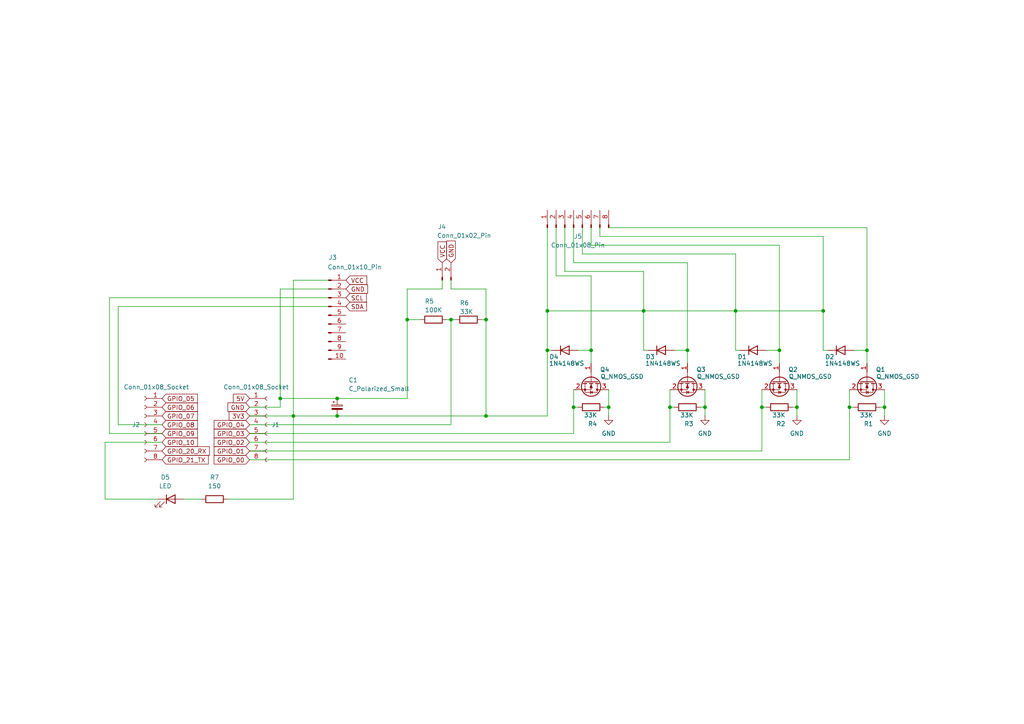
<source format=kicad_sch>
(kicad_sch (version 20250114) (generator "eeschema") (generator_version "9.0")
  (paper "A4")
  (lib_symbols
    (symbol "Connector:Conn_01x02_Pin" (pin_names (offset 1.016) (hide yes))
      (property "Reference" "J" (at 0 2.54 0))
      (property "Value" "Conn_01x02_Pin" (at 0 -5.08 0))
      (symbol "Conn_01x02_Pin_1_1"
        (rectangle (start 0.8636 0.127) (end 0 -0.127) (stroke (width 0.1524)) (fill (type outline)))
        (rectangle (start 0.8636 -2.413) (end 0 -2.667) (stroke (width 0.1524)) (fill (type outline)))
        (polyline (pts (xy 1.27 0) (xy 0.8636 0)) (stroke (width 0.1524)))
        (polyline (pts (xy 1.27 -2.54) (xy 0.8636 -2.54)) (stroke (width 0.1524)))
        (pin passive line (at 5.08 0 180) (length 3.81) (name "Pin_1") (number "1"))
        (pin passive line (at 5.08 -2.54 180) (length 3.81) (name "Pin_2") (number "2"))
      )
    )
    (symbol "Connector:Conn_01x08_Pin" (pin_names (offset 1.016) (hide yes))
      (property "Reference" "J" (at 0 10.16 0))
      (property "Value" "Conn_01x08_Pin" (at 0 -12.7 0))
      (symbol "Conn_01x08_Pin_1_1"
        (rectangle (start 0.8636 7.747) (end 0 7.493) (stroke (width 0.1524)) (fill (type outline)))
        (rectangle (start 0.8636 5.207) (end 0 4.953) (stroke (width 0.1524)) (fill (type outline)))
        (rectangle (start 0.8636 2.667) (end 0 2.413) (stroke (width 0.1524)) (fill (type outline)))
        (rectangle (start 0.8636 0.127) (end 0 -0.127) (stroke (width 0.1524)) (fill (type outline)))
        (rectangle (start 0.8636 -2.413) (end 0 -2.667) (stroke (width 0.1524)) (fill (type outline)))
        (rectangle (start 0.8636 -4.953) (end 0 -5.207) (stroke (width 0.1524)) (fill (type outline)))
        (rectangle (start 0.8636 -7.493) (end 0 -7.747) (stroke (width 0.1524)) (fill (type outline)))
        (rectangle (start 0.8636 -10.033) (end 0 -10.287) (stroke (width 0.1524)) (fill (type outline)))
        (polyline (pts (xy 1.27 7.62) (xy 0.8636 7.62)) (stroke (width 0.1524)))
        (polyline (pts (xy 1.27 5.08) (xy 0.8636 5.08)) (stroke (width 0.1524)))
        (polyline (pts (xy 1.27 2.54) (xy 0.8636 2.54)) (stroke (width 0.1524)))
        (polyline (pts (xy 1.27 0) (xy 0.8636 0)) (stroke (width 0.1524)))
        (polyline (pts (xy 1.27 -2.54) (xy 0.8636 -2.54)) (stroke (width 0.1524)))
        (polyline (pts (xy 1.27 -5.08) (xy 0.8636 -5.08)) (stroke (width 0.1524)))
        (polyline (pts (xy 1.27 -7.62) (xy 0.8636 -7.62)) (stroke (width 0.1524)))
        (polyline (pts (xy 1.27 -10.16) (xy 0.8636 -10.16)) (stroke (width 0.1524)))
        (pin passive line (at 5.08 7.62 180) (length 3.81) (name "Pin_1") (number "1"))
        (pin passive line (at 5.08 5.08 180) (length 3.81) (name "Pin_2") (number "2"))
        (pin passive line (at 5.08 2.54 180) (length 3.81) (name "Pin_3") (number "3"))
        (pin passive line (at 5.08 0 180) (length 3.81) (name "Pin_4") (number "4"))
        (pin passive line (at 5.08 -2.54 180) (length 3.81) (name "Pin_5") (number "5"))
        (pin passive line (at 5.08 -5.08 180) (length 3.81) (name "Pin_6") (number "6"))
        (pin passive line (at 5.08 -7.62 180) (length 3.81) (name "Pin_7") (number "7"))
        (pin passive line (at 5.08 -10.16 180) (length 3.81) (name "Pin_8") (number "8"))
      )
    )
    (symbol "Connector:Conn_01x08_Socket" (pin_names (offset 1.016) (hide yes))
      (property "Reference" "J" (at 0 10.16 0))
      (property "Value" "Conn_01x08_Socket" (at 0 -12.7 0))
      (symbol "Conn_01x08_Socket_1_1"
        (polyline (pts (xy -1.27 7.62) (xy -0.508 7.62)) (stroke (width 0.1524)))
        (polyline (pts (xy -1.27 5.08) (xy -0.508 5.08)) (stroke (width 0.1524)))
        (polyline (pts (xy -1.27 2.54) (xy -0.508 2.54)) (stroke (width 0.1524)))
        (polyline (pts (xy -1.27 0) (xy -0.508 0)) (stroke (width 0.1524)))
        (polyline (pts (xy -1.27 -2.54) (xy -0.508 -2.54)) (stroke (width 0.1524)))
        (polyline (pts (xy -1.27 -5.08) (xy -0.508 -5.08)) (stroke (width 0.1524)))
        (polyline (pts (xy -1.27 -7.62) (xy -0.508 -7.62)) (stroke (width 0.1524)))
        (polyline (pts (xy -1.27 -10.16) (xy -0.508 -10.16)) (stroke (width 0.1524)))
        (arc (start 0 7.112) (mid -0.5058 7.62) (end 0 8.128) (stroke (width 0.1524)))
        (arc (start 0 4.572) (mid -0.5058 5.08) (end 0 5.588) (stroke (width 0.1524)))
        (arc (start 0 2.032) (mid -0.5058 2.54) (end 0 3.048) (stroke (width 0.1524)))
        (arc (start 0 -0.508) (mid -0.5058 0) (end 0 0.508) (stroke (width 0.1524)))
        (arc (start 0 -3.048) (mid -0.5058 -2.54) (end 0 -2.032) (stroke (width 0.1524)))
        (arc (start 0 -5.588) (mid -0.5058 -5.08) (end 0 -4.572) (stroke (width 0.1524)))
        (arc (start 0 -8.128) (mid -0.5058 -7.62) (end 0 -7.112) (stroke (width 0.1524)))
        (arc (start 0 -10.668) (mid -0.5058 -10.16) (end 0 -9.652) (stroke (width 0.1524)))
        (pin passive line (at -5.08 7.62 0) (length 3.81) (name "Pin_1") (number "1"))
        (pin passive line (at -5.08 5.08 0) (length 3.81) (name "Pin_2") (number "2"))
        (pin passive line (at -5.08 2.54 0) (length 3.81) (name "Pin_3") (number "3"))
        (pin passive line (at -5.08 0 0) (length 3.81) (name "Pin_4") (number "4"))
        (pin passive line (at -5.08 -2.54 0) (length 3.81) (name "Pin_5") (number "5"))
        (pin passive line (at -5.08 -5.08 0) (length 3.81) (name "Pin_6") (number "6"))
        (pin passive line (at -5.08 -7.62 0) (length 3.81) (name "Pin_7") (number "7"))
        (pin passive line (at -5.08 -10.16 0) (length 3.81) (name "Pin_8") (number "8"))
      )
    )
    (symbol "Connector:Conn_01x10_Pin" (pin_names (offset 1.016) (hide yes))
      (property "Reference" "J" (at 0 12.7 0))
      (property "Value" "Conn_01x10_Pin" (at 0 -15.24 0))
      (symbol "Conn_01x10_Pin_1_1"
        (rectangle (start 0.8636 10.287) (end 0 10.033) (stroke (width 0.1524)) (fill (type outline)))
        (rectangle (start 0.8636 7.747) (end 0 7.493) (stroke (width 0.1524)) (fill (type outline)))
        (rectangle (start 0.8636 5.207) (end 0 4.953) (stroke (width 0.1524)) (fill (type outline)))
        (rectangle (start 0.8636 2.667) (end 0 2.413) (stroke (width 0.1524)) (fill (type outline)))
        (rectangle (start 0.8636 0.127) (end 0 -0.127) (stroke (width 0.1524)) (fill (type outline)))
        (rectangle (start 0.8636 -2.413) (end 0 -2.667) (stroke (width 0.1524)) (fill (type outline)))
        (rectangle (start 0.8636 -4.953) (end 0 -5.207) (stroke (width 0.1524)) (fill (type outline)))
        (rectangle (start 0.8636 -7.493) (end 0 -7.747) (stroke (width 0.1524)) (fill (type outline)))
        (rectangle (start 0.8636 -10.033) (end 0 -10.287) (stroke (width 0.1524)) (fill (type outline)))
        (rectangle (start 0.8636 -12.573) (end 0 -12.827) (stroke (width 0.1524)) (fill (type outline)))
        (polyline (pts (xy 1.27 10.16) (xy 0.8636 10.16)) (stroke (width 0.1524)))
        (polyline (pts (xy 1.27 7.62) (xy 0.8636 7.62)) (stroke (width 0.1524)))
        (polyline (pts (xy 1.27 5.08) (xy 0.8636 5.08)) (stroke (width 0.1524)))
        (polyline (pts (xy 1.27 2.54) (xy 0.8636 2.54)) (stroke (width 0.1524)))
        (polyline (pts (xy 1.27 0) (xy 0.8636 0)) (stroke (width 0.1524)))
        (polyline (pts (xy 1.27 -2.54) (xy 0.8636 -2.54)) (stroke (width 0.1524)))
        (polyline (pts (xy 1.27 -5.08) (xy 0.8636 -5.08)) (stroke (width 0.1524)))
        (polyline (pts (xy 1.27 -7.62) (xy 0.8636 -7.62)) (stroke (width 0.1524)))
        (polyline (pts (xy 1.27 -10.16) (xy 0.8636 -10.16)) (stroke (width 0.1524)))
        (polyline (pts (xy 1.27 -12.7) (xy 0.8636 -12.7)) (stroke (width 0.1524)))
        (pin passive line (at 5.08 10.16 180) (length 3.81) (name "Pin_1") (number "1"))
        (pin passive line (at 5.08 7.62 180) (length 3.81) (name "Pin_2") (number "2"))
        (pin passive line (at 5.08 5.08 180) (length 3.81) (name "Pin_3") (number "3"))
        (pin passive line (at 5.08 2.54 180) (length 3.81) (name "Pin_4") (number "4"))
        (pin passive line (at 5.08 0 180) (length 3.81) (name "Pin_5") (number "5"))
        (pin passive line (at 5.08 -2.54 180) (length 3.81) (name "Pin_6") (number "6"))
        (pin passive line (at 5.08 -5.08 180) (length 3.81) (name "Pin_7") (number "7"))
        (pin passive line (at 5.08 -7.62 180) (length 3.81) (name "Pin_8") (number "8"))
        (pin passive line (at 5.08 -10.16 180) (length 3.81) (name "Pin_9") (number "9"))
        (pin passive line (at 5.08 -12.7 180) (length 3.81) (name "Pin_10") (number "10"))
      )
    )
    (symbol "Device:C_Polarized_Small" (pin_numbers (hide yes)) (pin_names (offset 0.254) (hide yes))
      (property "Reference" "C" (at 0.254 1.778 0))
      (property "Value" "C_Polarized_Small" (at 0.254 -2.032 0))
      (symbol "C_Polarized_Small_0_1"
        (rectangle (start -1.524 0.6858) (end 1.524 0.3048))
        (rectangle (start -1.524 -0.3048) (end 1.524 -0.6858) (fill (type outline)))
        (polyline (pts (xy -1.27 1.524) (xy -0.762 1.524)))
        (polyline (pts (xy -1.016 1.27) (xy -1.016 1.778)))
      )
      (symbol "C_Polarized_Small_1_1"
        (pin passive line (at 0 2.54 270) (length 1.8542) (name "~") (number "1"))
        (pin passive line (at 0 -2.54 90) (length 1.8542) (name "~") (number "2"))
      )
    )
    (symbol "Device:LED" (pin_numbers (hide yes)) (pin_names (offset 1.016) (hide yes))
      (property "Reference" "D" (at 0 2.54 0))
      (property "Value" "LED" (at 0 -2.54 0))
      (symbol "LED_0_1"
        (polyline (pts (xy -3.048 -0.762) (xy -4.572 -2.286) (xy -3.81 -2.286) (xy -4.572 -2.286) (xy -4.572 -1.524)))
        (polyline (pts (xy -1.778 -0.762) (xy -3.302 -2.286) (xy -2.54 -2.286) (xy -3.302 -2.286) (xy -3.302 -1.524)))
        (polyline (pts (xy -1.27 0) (xy 1.27 0)))
        (polyline (pts (xy -1.27 -1.27) (xy -1.27 1.27)) (stroke (width 0.254)))
        (polyline (pts (xy 1.27 -1.27) (xy 1.27 1.27) (xy -1.27 0) (xy 1.27 -1.27)) (stroke (width 0.254)))
      )
      (symbol "LED_1_1"
        (pin passive line (at -3.81 0 0) (length 2.54) (name "K") (number "1"))
        (pin passive line (at 3.81 0 180) (length 2.54) (name "A") (number "2"))
      )
    )
    (symbol "Device:R" (pin_numbers (hide yes)) (pin_names (offset 0))
      (property "Reference" "R" (at 2.032 0 90))
      (property "Value" "R" (at 0 0 90))
      (symbol "R_0_1"
        (rectangle (start -1.016 -2.54) (end 1.016 2.54) (stroke (width 0.254)))
      )
      (symbol "R_1_1"
        (pin passive line (at 0 3.81 270) (length 1.27) (name "~") (number "1"))
        (pin passive line (at 0 -3.81 90) (length 1.27) (name "~") (number "2"))
      )
    )
    (symbol "Diode:1N4148WS" (pin_numbers (hide yes)) (pin_names (hide yes))
      (property "Reference" "D" (at 0 2.54 0))
      (property "Value" "1N4148WS" (at 0 -2.54 0))
      (symbol "1N4148WS_0_1"
        (polyline (pts (xy -1.27 1.27) (xy -1.27 -1.27)) (stroke (width 0.254)))
        (polyline (pts (xy 1.27 1.27) (xy 1.27 -1.27) (xy -1.27 0) (xy 1.27 1.27)) (stroke (width 0.254)))
        (polyline (pts (xy 1.27 0) (xy -1.27 0)))
      )
      (symbol "1N4148WS_1_1"
        (pin passive line (at -3.81 0 0) (length 2.54) (name "K") (number "1"))
        (pin passive line (at 3.81 0 180) (length 2.54) (name "A") (number "2"))
      )
    )
    (symbol "Transistor_FET:Q_NMOS_GSD" (pin_names (offset 0) (hide yes))
      (property "Reference" "Q" (at 5.08 1.905 0))
      (property "Value" "Q_NMOS_GSD" (at 5.08 0 0))
      (symbol "Q_NMOS_GSD_0_1"
        (polyline (pts (xy 0.254 1.905) (xy 0.254 -1.905)) (stroke (width 0.254)))
        (polyline (pts (xy 0.254 0) (xy -2.54 0)))
        (polyline (pts (xy 0.762 2.286) (xy 0.762 1.27)) (stroke (width 0.254)))
        (polyline (pts (xy 0.762 0.508) (xy 0.762 -0.508)) (stroke (width 0.254)))
        (polyline (pts (xy 0.762 -1.27) (xy 0.762 -2.286)) (stroke (width 0.254)))
        (polyline (pts (xy 0.762 -1.778) (xy 3.302 -1.778) (xy 3.302 1.778) (xy 0.762 1.778)))
        (polyline (pts (xy 1.016 0) (xy 2.032 0.381) (xy 2.032 -0.381) (xy 1.016 0)) (fill (type outline)))
        (circle (center 1.651 0) (radius 2.794) (stroke (width 0.254)))
        (polyline (pts (xy 2.54 2.54) (xy 2.54 1.778)))
        (circle (center 2.54 1.778) (radius 0.254) (fill (type outline)))
        (circle (center 2.54 -1.778) (radius 0.254) (fill (type outline)))
        (polyline (pts (xy 2.54 -2.54) (xy 2.54 0) (xy 0.762 0)))
        (polyline (pts (xy 2.921 0.381) (xy 3.683 0.381)))
        (polyline (pts (xy 3.302 0.381) (xy 2.921 -0.254) (xy 3.683 -0.254) (xy 3.302 0.381)))
      )
      (symbol "Q_NMOS_GSD_1_1"
        (pin input line (at -5.08 0 0) (length 2.54) (name "G") (number "1"))
        (pin passive line (at 2.54 5.08 270) (length 2.54) (name "D") (number "3"))
        (pin passive line (at 2.54 -5.08 90) (length 2.54) (name "S") (number "2"))
      )
    )
    (symbol "power:GND" (power) (pin_numbers (hide yes)) (pin_names (offset 0) (hide yes))
      (property "Value" "GND" (at 0 -3.81 0))
      (symbol "GND_0_1"
        (polyline (pts (xy 0 0) (xy 0 -1.27) (xy 1.27 -1.27) (xy 0 -2.54) (xy -1.27 -1.27) (xy 0 -1.27)))
      )
      (symbol "GND_1_1"
        (pin power_in line (at 0 0 270) (length 0) (name "~") (number "1"))
      )
    )
  )
  (junction (at 220.98 118.11))
  (junction (at 130.81 92.71))
  (junction (at 256.54 118.11))
  (junction (at 140.97 120.65))
  (junction (at 97.79 120.65))
  (junction (at 186.69 90.17))
  (junction (at 140.97 92.71))
  (junction (at 204.47 118.11))
  (junction (at 199.39 101.6))
  (junction (at 85.09 120.65))
  (junction (at 158.75 101.6))
  (junction (at 166.37 118.11))
  (junction (at 238.76 90.17))
  (junction (at 246.38 118.11))
  (junction (at 171.45 101.6))
  (junction (at 231.14 118.11))
  (junction (at 226.06 101.6))
  (junction (at 251.46 101.6))
  (junction (at 176.53 118.11))
  (junction (at 97.79 115.57))
  (junction (at 118.11 92.71))
  (junction (at 81.28 115.57))
  (junction (at 158.75 90.17))
  (junction (at 194.31 118.11))
  (junction (at 213.36 90.17))
  (wire (pts (xy 176.53 113.03) (xy 176.53 118.11)))
  (wire (pts (xy 213.36 90.17) (xy 213.36 101.6)))
  (wire (pts (xy 167.64 101.6) (xy 171.45 101.6)))
  (wire (pts (xy 97.79 115.57) (xy 118.11 115.57)))
  (wire (pts (xy 140.97 120.65) (xy 158.75 120.65)))
  (wire (pts (xy 128.27 83.82) (xy 118.11 83.82)))
  (wire (pts (xy 220.98 118.11) (xy 220.98 113.03)))
  (wire (pts (xy 204.47 118.11) (xy 204.47 120.65)))
  (wire (pts (xy 72.39 125.73) (xy 166.37 125.73)))
  (wire (pts (xy 158.75 66.04) (xy 158.75 90.17)))
  (wire (pts (xy 97.79 120.65) (xy 140.97 120.65)))
  (wire (pts (xy 229.87 118.11) (xy 231.14 118.11)))
  (wire (pts (xy 53.34 144.78) (xy 58.42 144.78)))
  (wire (pts (xy 186.69 101.6) (xy 187.96 101.6)))
  (wire (pts (xy 140.97 92.71) (xy 140.97 120.65)))
  (wire (pts (xy 130.81 81.28) (xy 130.81 83.82)))
  (wire (pts (xy 171.45 66.04) (xy 171.45 71.12)))
  (wire (pts (xy 238.76 90.17) (xy 238.76 101.6)))
  (wire (pts (xy 72.39 130.81) (xy 220.98 130.81)))
  (wire (pts (xy 128.27 81.28) (xy 128.27 83.82)))
  (wire (pts (xy 130.81 83.82) (xy 140.97 83.82)))
  (wire (pts (xy 186.69 78.74) (xy 163.83 78.74)))
  (wire (pts (xy 251.46 101.6) (xy 251.46 105.41)))
  (wire (pts (xy 255.27 118.11) (xy 256.54 118.11)))
  (wire (pts (xy 81.28 115.57) (xy 81.28 83.82)))
  (wire (pts (xy 161.29 66.04) (xy 161.29 80.01)))
  (wire (pts (xy 199.39 101.6) (xy 199.39 105.41)))
  (wire (pts (xy 45.72 144.78) (xy 30.48 144.78)))
  (wire (pts (xy 95.25 88.9) (xy 34.29 88.9)))
  (wire (pts (xy 81.28 118.11) (xy 81.28 115.57)))
  (wire (pts (xy 195.58 101.6) (xy 199.39 101.6)))
  (wire (pts (xy 85.09 144.78) (xy 85.09 120.65)))
  (wire (pts (xy 204.47 113.03) (xy 204.47 118.11)))
  (wire (pts (xy 85.09 81.28) (xy 85.09 120.65)))
  (wire (pts (xy 158.75 101.6) (xy 160.02 101.6)))
  (wire (pts (xy 31.75 86.36) (xy 31.75 125.73)))
  (wire (pts (xy 246.38 118.11) (xy 246.38 113.03)))
  (wire (pts (xy 81.28 115.57) (xy 97.79 115.57)))
  (wire (pts (xy 161.29 80.01) (xy 171.45 80.01)))
  (wire (pts (xy 72.39 123.19) (xy 130.81 123.19)))
  (wire (pts (xy 173.99 68.58) (xy 238.76 68.58)))
  (wire (pts (xy 246.38 118.11) (xy 246.38 133.35)))
  (wire (pts (xy 85.09 120.65) (xy 97.79 120.65)))
  (wire (pts (xy 176.53 66.04) (xy 251.46 66.04)))
  (wire (pts (xy 166.37 118.11) (xy 167.64 118.11)))
  (wire (pts (xy 140.97 83.82) (xy 140.97 92.71)))
  (wire (pts (xy 246.38 118.11) (xy 247.65 118.11)))
  (wire (pts (xy 171.45 101.6) (xy 171.45 105.41)))
  (wire (pts (xy 158.75 90.17) (xy 186.69 90.17)))
  (wire (pts (xy 175.26 118.11) (xy 176.53 118.11)))
  (wire (pts (xy 139.7 92.71) (xy 140.97 92.71)))
  (wire (pts (xy 72.39 128.27) (xy 194.31 128.27)))
  (wire (pts (xy 166.37 118.11) (xy 166.37 113.03)))
  (wire (pts (xy 85.09 81.28) (xy 95.25 81.28)))
  (wire (pts (xy 186.69 90.17) (xy 186.69 101.6)))
  (wire (pts (xy 238.76 101.6) (xy 240.03 101.6)))
  (wire (pts (xy 186.69 90.17) (xy 213.36 90.17)))
  (wire (pts (xy 256.54 113.03) (xy 256.54 118.11)))
  (wire (pts (xy 72.39 133.35) (xy 246.38 133.35)))
  (wire (pts (xy 226.06 71.12) (xy 226.06 101.6)))
  (wire (pts (xy 194.31 118.11) (xy 194.31 113.03)))
  (wire (pts (xy 194.31 118.11) (xy 194.31 128.27)))
  (wire (pts (xy 168.91 66.04) (xy 168.91 73.66)))
  (wire (pts (xy 30.48 128.27) (xy 46.99 128.27)))
  (wire (pts (xy 176.53 118.11) (xy 176.53 120.65)))
  (wire (pts (xy 203.2 118.11) (xy 204.47 118.11)))
  (wire (pts (xy 30.48 144.78) (xy 30.48 128.27)))
  (wire (pts (xy 226.06 101.6) (xy 226.06 105.41)))
  (wire (pts (xy 130.81 92.71) (xy 132.08 92.71)))
  (wire (pts (xy 171.45 80.01) (xy 171.45 101.6)))
  (wire (pts (xy 130.81 92.71) (xy 130.81 123.19)))
  (wire (pts (xy 226.06 71.12) (xy 171.45 71.12)))
  (wire (pts (xy 34.29 123.19) (xy 46.99 123.19)))
  (wire (pts (xy 72.39 118.11) (xy 81.28 118.11)))
  (wire (pts (xy 194.31 118.11) (xy 195.58 118.11)))
  (wire (pts (xy 166.37 118.11) (xy 166.37 125.73)))
  (wire (pts (xy 72.39 120.65) (xy 85.09 120.65)))
  (wire (pts (xy 213.36 90.17) (xy 238.76 90.17)))
  (wire (pts (xy 31.75 125.73) (xy 46.99 125.73)))
  (wire (pts (xy 231.14 118.11) (xy 231.14 120.65)))
  (wire (pts (xy 168.91 73.66) (xy 213.36 73.66)))
  (wire (pts (xy 118.11 92.71) (xy 121.92 92.71)))
  (wire (pts (xy 81.28 83.82) (xy 95.25 83.82)))
  (wire (pts (xy 238.76 68.58) (xy 238.76 90.17)))
  (wire (pts (xy 158.75 90.17) (xy 158.75 101.6)))
  (wire (pts (xy 222.25 101.6) (xy 226.06 101.6)))
  (wire (pts (xy 166.37 66.04) (xy 166.37 76.2)))
  (wire (pts (xy 231.14 113.03) (xy 231.14 118.11)))
  (wire (pts (xy 129.54 92.71) (xy 130.81 92.71)))
  (wire (pts (xy 247.65 101.6) (xy 251.46 101.6)))
  (wire (pts (xy 95.25 86.36) (xy 31.75 86.36)))
  (wire (pts (xy 251.46 66.04) (xy 251.46 101.6)))
  (wire (pts (xy 34.29 88.9) (xy 34.29 123.19)))
  (wire (pts (xy 213.36 73.66) (xy 213.36 90.17)))
  (wire (pts (xy 173.99 66.04) (xy 173.99 68.58)))
  (wire (pts (xy 163.83 66.04) (xy 163.83 78.74)))
  (wire (pts (xy 256.54 118.11) (xy 256.54 120.65)))
  (wire (pts (xy 118.11 83.82) (xy 118.11 92.71)))
  (wire (pts (xy 66.04 144.78) (xy 85.09 144.78)))
  (wire (pts (xy 199.39 76.2) (xy 166.37 76.2)))
  (wire (pts (xy 199.39 76.2) (xy 199.39 101.6)))
  (wire (pts (xy 186.69 78.74) (xy 186.69 90.17)))
  (wire (pts (xy 220.98 118.11) (xy 222.25 118.11)))
  (wire (pts (xy 213.36 101.6) (xy 214.63 101.6)))
  (wire (pts (xy 220.98 118.11) (xy 220.98 130.81)))
  (wire (pts (xy 158.75 120.65) (xy 158.75 101.6)))
  (wire (pts (xy 118.11 92.71) (xy 118.11 115.57)))
  (global_label "GPIO_05" (shape input) (at 46.99 115.57 0) (property "Intersheetrefs" "${INTERSHEET_REFS}" (effects (hide yes))))
  (global_label "GPIO_20_RX" (shape input) (at 46.99 130.81 0) (property "Intersheetrefs" "${INTERSHEET_REFS}" (effects (hide yes))))
  (global_label "GPIO_04" (shape input) (at 72.39 123.19 180) (property "Intersheetrefs" "${INTERSHEET_REFS}" (effects (hide yes))))
  (global_label "GPIO_00" (shape input) (at 72.39 133.35 180) (property "Intersheetrefs" "${INTERSHEET_REFS}" (effects (hide yes))))
  (global_label "GPIO_21_TX" (shape input) (at 46.99 133.35 0) (property "Intersheetrefs" "${INTERSHEET_REFS}" (effects (hide yes))))
  (global_label "VCC" (shape input) (at 100.33 81.28 0) (property "Intersheetrefs" "${INTERSHEET_REFS}" (effects (hide yes))))
  (global_label "GPIO_09" (shape input) (at 46.99 125.73 0) (property "Intersheetrefs" "${INTERSHEET_REFS}" (effects (hide yes))))
  (global_label "GND" (shape input) (at 130.81 76.2 90) (property "Intersheetrefs" "${INTERSHEET_REFS}" (effects (hide yes))))
  (global_label "GPIO_07" (shape input) (at 46.99 120.65 0) (property "Intersheetrefs" "${INTERSHEET_REFS}" (effects (hide yes))))
  (global_label "GPIO_02" (shape input) (at 72.39 128.27 180) (property "Intersheetrefs" "${INTERSHEET_REFS}" (effects (hide yes))))
  (global_label "GPIO_10" (shape input) (at 46.99 128.27 0) (property "Intersheetrefs" "${INTERSHEET_REFS}" (effects (hide yes))))
  (global_label "SDA" (shape input) (at 100.33 88.9 0) (property "Intersheetrefs" "${INTERSHEET_REFS}" (effects (hide yes))))
  (global_label "GPIO_06" (shape input) (at 46.99 118.11 0) (property "Intersheetrefs" "${INTERSHEET_REFS}" (effects (hide yes))))
  (global_label "5V" (shape input) (at 72.39 115.57 180) (property "Intersheetrefs" "${INTERSHEET_REFS}" (effects (hide yes))))
  (global_label "GPIO_03" (shape input) (at 72.39 125.73 180) (property "Intersheetrefs" "${INTERSHEET_REFS}" (effects (hide yes))))
  (global_label "GND" (shape input) (at 100.33 83.82 0) (property "Intersheetrefs" "${INTERSHEET_REFS}" (effects (hide yes))))
  (global_label "VCC" (shape input) (at 128.27 76.2 90) (property "Intersheetrefs" "${INTERSHEET_REFS}" (effects (hide yes))))
  (global_label "GPIO_08" (shape input) (at 46.99 123.19 0) (property "Intersheetrefs" "${INTERSHEET_REFS}" (effects (hide yes))))
  (global_label "3V3" (shape input) (at 72.39 120.65 180) (property "Intersheetrefs" "${INTERSHEET_REFS}" (effects (hide yes))))
  (global_label "GND" (shape input) (at 72.39 118.11 180) (property "Intersheetrefs" "${INTERSHEET_REFS}" (effects (hide yes))))
  (global_label "GPIO_01" (shape input) (at 72.39 130.81 180) (property "Intersheetrefs" "${INTERSHEET_REFS}" (effects (hide yes))))
  (global_label "SCL" (shape input) (at 100.33 86.36 0) (property "Intersheetrefs" "${INTERSHEET_REFS}" (effects (hide yes))))
  (symbol (lib_id "Device:R") (at 171.45 118.11 90) (unit 1)
    (property "Reference" "R4" (at 173.228 122.936 90) (effects (justify left)))
    (property "Value" "33K" (at 173.228 120.396 90) (effects (justify left)))
    (property "Footprint" "Resistor_SMD:R_0805_2012Metric" (effects (hide yes)))
    (property "Description" "Resistor" (effects (hide yes)))
  )
  (symbol (lib_id "Device:C_Polarized_Small") (at 97.79 118.11 0) (unit 1)
    (property "Reference" "C1" (at 101.092 110.236 0) (effects (justify left)))
    (property "Value" "C_Polarized_Small" (at 101.092 112.776 0) (effects (justify left)))
    (property "Footprint" "Capacitor_THT:CP_Radial_D8.0mm_P5.00mm" (effects (hide yes)))
    (property "Description" "Polarized capacitor, small symbol" (effects (hide yes)))
  )
  (symbol (lib_id "Diode:1N4148WS") (at 218.44 101.6 0) (unit 1)
    (property "Reference" "D1" (at 215.265 103.505 0))
    (property "Value" "1N4148WS" (at 218.948 105.41 0))
    (property "Footprint" "Diode_SMD:D_SOD-323" (effects (hide yes)))
    (property "Datasheet" "https://www.vishay.com/docs/85751/1n4148ws.pdf" (effects (hide yes)))
    (property "Description" "75V 0.15A Fast switching Diode, SOD-323" (effects (hide yes)))
    (property "Sim.Device" "D" (effects (hide yes)))
    (property "Sim.Pins" "1=K 2=A" (effects (hide yes)))
  )
  (symbol (lib_id "power:GND") (at 256.54 120.65 0) (unit 1)
    (property "Reference" "#PWR01" (effects (hide yes)))
    (property "Value" "GND" (at 256.54 125.73 0))
    (property "Description" "Power symbol creates a global label with name \"GND\" , ground" (effects (hide yes)))
  )
  (symbol (lib_id "Transistor_FET:Q_NMOS_GSD") (at 171.45 110.49 270) (unit 1)
    (property "Reference" "Q4" (at 176.784 107.188 90) (effects (justify right)))
    (property "Value" "Q_NMOS_GSD" (at 186.69 109.22 90) (effects (justify right)))
    (property "Footprint" "Package_TO_SOT_SMD:SOT-23" (effects (hide yes)))
    (property "Description" "N-MOSFET transistor, gate/source/drain" (effects (hide yes)))
  )
  (symbol (lib_id "Device:R") (at 62.23 144.78 90) (unit 1)
    (property "Reference" "R7" (at 62.23 138.43 90))
    (property "Value" "150" (at 62.23 140.97 90))
    (property "Footprint" "Resistor_SMD:R_0805_2012Metric" (effects (hide yes)))
    (property "Description" "Resistor" (effects (hide yes)))
  )
  (symbol (lib_id "Transistor_FET:Q_NMOS_GSD") (at 226.06 110.49 270) (unit 1)
    (property "Reference" "Q2" (at 231.394 107.188 90) (effects (justify right)))
    (property "Value" "Q_NMOS_GSD" (at 241.3 109.22 90) (effects (justify right)))
    (property "Footprint" "Package_TO_SOT_SMD:SOT-23" (effects (hide yes)))
    (property "Description" "N-MOSFET transistor, gate/source/drain" (effects (hide yes)))
  )
  (symbol (lib_id "Device:R") (at 226.06 118.11 90) (unit 1)
    (property "Reference" "R2" (at 227.838 122.936 90) (effects (justify left)))
    (property "Value" "33K" (at 227.838 120.396 90) (effects (justify left)))
    (property "Footprint" "Resistor_SMD:R_0805_2012Metric" (effects (hide yes)))
    (property "Description" "Resistor" (effects (hide yes)))
  )
  (symbol (lib_id "power:GND") (at 204.47 120.65 0) (unit 1)
    (property "Reference" "#PWR03" (effects (hide yes)))
    (property "Value" "GND" (at 204.47 125.73 0))
    (property "Description" "Power symbol creates a global label with name \"GND\" , ground" (effects (hide yes)))
  )
  (symbol (lib_id "Diode:1N4148WS") (at 243.84 101.6 0) (unit 1)
    (property "Reference" "D2" (at 240.665 103.505 0))
    (property "Value" "1N4148WS" (at 244.348 105.41 0))
    (property "Footprint" "Diode_SMD:D_SOD-323" (effects (hide yes)))
    (property "Datasheet" "https://www.vishay.com/docs/85751/1n4148ws.pdf" (effects (hide yes)))
    (property "Description" "75V 0.15A Fast switching Diode, SOD-323" (effects (hide yes)))
    (property "Sim.Device" "D" (effects (hide yes)))
    (property "Sim.Pins" "1=K 2=A" (effects (hide yes)))
  )
  (symbol (lib_id "Connector:Conn_01x10_Pin") (at 95.25 91.44 0) (unit 1)
    (property "Reference" "J3" (at 96.52 74.676 0))
    (property "Value" "Conn_01x10_Pin" (at 102.87 77.47 0))
    (property "Footprint" "Connector_PinHeader_2.54mm:PinHeader_1x10_P2.54mm_Vertical" (effects (hide yes)))
    (property "Description" "Generic connector, single row, 01x10, script generated" (effects (hide yes)))
  )
  (symbol (lib_id "power:GND") (at 231.14 120.65 0) (unit 1)
    (property "Reference" "#PWR02" (effects (hide yes)))
    (property "Value" "GND" (at 231.14 125.73 0))
    (property "Description" "Power symbol creates a global label with name \"GND\" , ground" (effects (hide yes)))
  )
  (symbol (lib_id "Transistor_FET:Q_NMOS_GSD") (at 199.39 110.49 270) (unit 1)
    (property "Reference" "Q3" (at 204.724 107.188 90) (effects (justify right)))
    (property "Value" "Q_NMOS_GSD" (at 214.63 109.22 90) (effects (justify right)))
    (property "Footprint" "Package_TO_SOT_SMD:SOT-23" (effects (hide yes)))
    (property "Description" "N-MOSFET transistor, gate/source/drain" (effects (hide yes)))
  )
  (symbol (lib_id "Diode:1N4148WS") (at 191.77 101.6 0) (unit 1)
    (property "Reference" "D3" (at 188.595 103.505 0))
    (property "Value" "1N4148WS" (at 192.278 105.41 0))
    (property "Footprint" "Diode_SMD:D_SOD-323" (effects (hide yes)))
    (property "Datasheet" "https://www.vishay.com/docs/85751/1n4148ws.pdf" (effects (hide yes)))
    (property "Description" "75V 0.15A Fast switching Diode, SOD-323" (effects (hide yes)))
    (property "Sim.Device" "D" (effects (hide yes)))
    (property "Sim.Pins" "1=K 2=A" (effects (hide yes)))
  )
  (symbol (lib_id "Connector:Conn_01x08_Socket") (at 41.91 123.19 0) (mirror y) (unit 1)
    (property "Reference" "J2" (at 40.64 123.1899 0) (effects (justify left)))
    (property "Value" "Conn_01x08_Socket" (at 54.864 112.268 0) (effects (justify left)))
    (property "Footprint" "Connector_PinSocket_2.54mm:PinSocket_1x08_P2.54mm_Vertical" (effects (hide yes)))
    (property "Description" "Generic connector, single row, 01x08, script generated" (effects (hide yes)))
  )
  (symbol (lib_id "power:GND") (at 176.53 120.65 0) (unit 1)
    (property "Reference" "#PWR04" (effects (hide yes)))
    (property "Value" "GND" (at 176.53 125.73 0))
    (property "Description" "Power symbol creates a global label with name \"GND\" , ground" (effects (hide yes)))
  )
  (symbol (lib_id "Device:R") (at 199.39 118.11 90) (unit 1)
    (property "Reference" "R3" (at 201.168 122.936 90) (effects (justify left)))
    (property "Value" "33K" (at 201.168 120.396 90) (effects (justify left)))
    (property "Footprint" "Resistor_SMD:R_0805_2012Metric" (effects (hide yes)))
    (property "Description" "Resistor" (effects (hide yes)))
  )
  (symbol (lib_id "Connector:Conn_01x08_Pin") (at 166.37 66.04 90) (unit 1)
    (property "Reference" "J5" (at 167.64 68.58 90))
    (property "Value" "Conn_01x08_Pin" (at 167.64 71.12 90))
    (property "Footprint" "Connector_PinHeader_2.54mm:PinHeader_1x08_P2.54mm_Vertical" (effects (hide yes)))
    (property "Description" "Generic connector, single row, 01x08, script generated" (effects (hide yes)))
  )
  (symbol (lib_id "Connector:Conn_01x02_Pin") (at 128.27 81.28 90) (unit 1)
    (property "Reference" "J4" (at 127 65.786 90) (effects (justify right)))
    (property "Value" "Conn_01x02_Pin" (at 126.746 68.326 90) (effects (justify right)))
    (property "Footprint" "Connector_PinHeader_2.54mm:PinHeader_1x02_P2.54mm_Vertical" (effects (hide yes)))
    (property "Description" "Generic connector, single row, 01x02, script generated" (effects (hide yes)))
  )
  (symbol (lib_id "Device:R") (at 135.89 92.71 90) (unit 1)
    (property "Reference" "R6" (at 133.35 87.884 90) (effects (justify right)))
    (property "Value" "33K" (at 133.35 90.424 90) (effects (justify right)))
    (property "Footprint" "Resistor_SMD:R_0805_2012Metric" (effects (hide yes)))
    (property "Description" "Resistor" (effects (hide yes)))
  )
  (symbol (lib_id "Diode:1N4148WS") (at 163.83 101.6 0) (unit 1)
    (property "Reference" "D4" (at 160.655 103.505 0))
    (property "Value" "1N4148WS" (at 164.338 105.41 0))
    (property "Footprint" "Diode_SMD:D_SOD-323" (effects (hide yes)))
    (property "Datasheet" "https://www.vishay.com/docs/85751/1n4148ws.pdf" (effects (hide yes)))
    (property "Description" "75V 0.15A Fast switching Diode, SOD-323" (effects (hide yes)))
    (property "Sim.Device" "D" (effects (hide yes)))
    (property "Sim.Pins" "1=K 2=A" (effects (hide yes)))
  )
  (symbol (lib_id "Device:LED") (at 49.53 144.78 0) (unit 1)
    (property "Reference" "D5" (at 47.9425 138.43 0))
    (property "Value" "LED" (at 47.9425 140.97 0))
    (property "Footprint" "LED_THT:LED_D4.0mm" (effects (hide yes)))
    (property "Description" "Light emitting diode" (effects (hide yes)))
    (property "Sim.Pins" "1=K 2=A" (effects (hide yes)))
  )
  (symbol (lib_id "Connector:Conn_01x08_Socket") (at 77.47 123.19 0) (unit 1)
    (property "Reference" "J1" (at 78.74 123.1899 0) (effects (justify left)))
    (property "Value" "Conn_01x08_Socket" (at 64.77 112.268 0) (effects (justify left)))
    (property "Footprint" "Connector_PinSocket_2.54mm:PinSocket_1x08_P2.54mm_Vertical" (effects (hide yes)))
    (property "Description" "Generic connector, single row, 01x08, script generated" (effects (hide yes)))
  )
  (symbol (lib_id "Device:R") (at 251.46 118.11 90) (unit 1)
    (property "Reference" "R1" (at 253.238 122.936 90) (effects (justify left)))
    (property "Value" "33K" (at 253.238 120.396 90) (effects (justify left)))
    (property "Footprint" "Resistor_SMD:R_0805_2012Metric" (effects (hide yes)))
    (property "Description" "Resistor" (effects (hide yes)))
  )
  (symbol (lib_id "Device:R") (at 125.73 92.71 90) (unit 1)
    (property "Reference" "R5" (at 123.19 87.376 90) (effects (justify right)))
    (property "Value" "100K" (at 123.19 89.916 90) (effects (justify right)))
    (property "Footprint" "Resistor_SMD:R_0805_2012Metric" (effects (hide yes)))
    (property "Description" "Resistor" (effects (hide yes)))
  )
  (symbol (lib_id "Transistor_FET:Q_NMOS_GSD") (at 251.46 110.49 270) (unit 1)
    (property "Reference" "Q1" (at 256.794 107.188 90) (effects (justify right)))
    (property "Value" "Q_NMOS_GSD" (at 266.7 109.22 90) (effects (justify right)))
    (property "Footprint" "Package_TO_SOT_SMD:SOT-23" (effects (hide yes)))
    (property "Description" "N-MOSFET transistor, gate/source/drain" (effects (hide yes)))
  )
)
</source>
